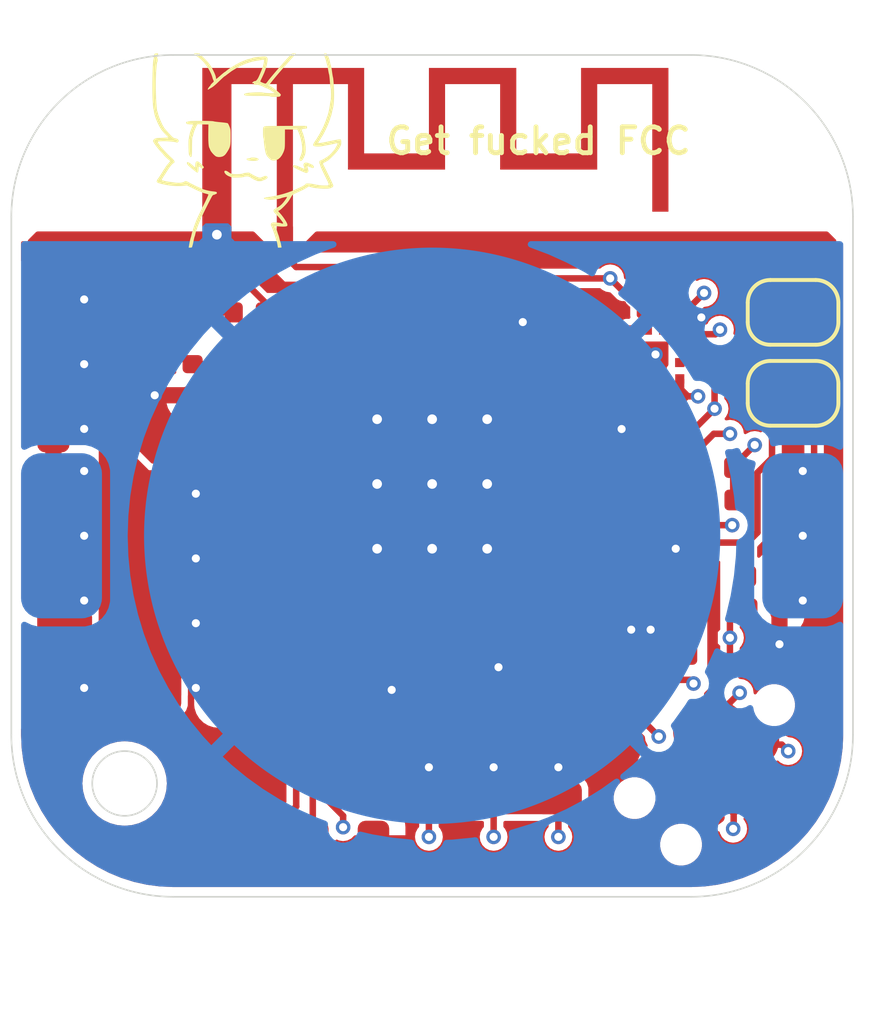
<source format=kicad_pcb>
(kicad_pcb (version 20240108) (generator "pcbnew") (generator_version "8.0")
  (title_block (comment 4 "AISLER Project ID: HVGCZPSS"))
  (layers (0 "F.Cu" signal) (1 "In1.Cu" signal) (2 "In2.Cu" signal) (31 "B.Cu" signal) (34 "B.Paste" user) (35 "F.Paste" user) (36 "B.SilkS" user "B.Silkscreen") (37 "F.SilkS" user "F.Silkscreen") (38 "B.Mask" user) (39 "F.Mask" user) (44 "Edge.Cuts" user))
  (net 0 "")
  (net 1 "Net-(AE1-A)")
  (net 2 "GND")
  (net 3 "+3V3")
  (net 4 "/NRST")
  (net 5 "/HSE_IN")
  (net 6 "/HSE_OUT")
  (net 7 "/LSE_IN")
  (net 8 "/LSE_OUT")
  (net 9 "/SYS_INT_4")
  (net 10 "Net-(D1-A)")
  (net 11 "/SWDIO")
  (net 12 "/SWCLK")
  (net 20 "/I2C_SDA")
  (net 21 "/I2C_SCL")
  (net 23 "/BOOT0")
  (net 25 "/SYS_INT_1")
  (net 29 "Net-(F1-RF_{IN})")
  (net 38 "Net-(D2-A)")
  (net 39 "/IND_LED1")
  (net 40 "/IND_LED2")
  (footprint "AirTag:C_0805_2012Metric" (layer "F.Cu") (at 110.250001 84 180)
    (property "Reference" "C17" (hide yes))
    (property "Value" "22u")
  )
  (footprint "AirTag:C_0805_2012Metric" (layer "F.Cu") (at 110.25 76 180)
    (property "Reference" "C21" (hide yes))
    (property "Value" "22u")
  )
  (footprint "LOGO" (layer "F.Cu") (at 115.222852 67.4)
    (property "Reference" "G***" (hide yes))
    (property "Value" "LOGO" (hide yes))
  )
  (footprint "AirTag:C_0402_1005Metric" (layer "F.Cu") (at 128.429999 82.975)
    (property "Reference" "C16" (hide yes))
    (property "Value" "6p")
  )
  (footprint "AirTag:C_0402_1005Metric" (layer "F.Cu") (at 115.35 72.4 180)
    (property "Reference" "C23" (hide yes))
    (property "Value" "100n")
  )
  (footprint "AirTag:C_0402_1005Metric" (layer "F.Cu") (at 113.6 74.48 90)
    (property "Reference" "C14" (hide yes))
    (property "Value" "6p")
  )
  (footprint "AirTag:C_0402_1005Metric" (layer "F.Cu") (at 126.469999 82.975 180)
    (property "Reference" "C15" (hide yes))
    (property "Value" "6p")
  )
  (footprint "AirTag:C_0805_2012Metric" (layer "F.Cu") (at 120.900001 86.45 90)
    (property "Reference" "C2" (hide yes))
    (property "Value" "22u")
  )
  (footprint "Crystal:Crystal_SMD_2016-4Pin_2.0x1.6mm" (layer "F.Cu") (at 115.4 74.48 90)
    (property "Reference" "Y1" (hide yes))
    (property "Value" "32MHz")
  )
  (footprint "AirTag:C_0805_2012Metric" (layer "F.Cu") (at 110.25 79.999999 180)
    (property "Reference" "C19" (hide yes))
    (property "Value" "22u")
  )
  (footprint "AirTag:C_0402_1005Metric" (layer "F.Cu") (at 124.75 82.88 -90)
    (property "Reference" "C29" (hide yes))
    (property "Value" "100n")
  )
  (footprint "AirTag:C_0805_2012Metric" (layer "F.Cu") (at 122.9 86.45 90)
    (property "Reference" "C4" (hide yes))
    (property "Value" "22u")
  )
  (footprint "AirTag:C_0805_2012Metric" (layer "F.Cu") (at 113.7 78)
    (property "Reference" "C11" (hide yes))
    (property "Value" "22u")
  )
  (footprint "AirTag:LED_0805_2012Metric" (layer "F.Cu") (at 118.25 88.8 180)
    (property "Reference" "D2" (hide yes))
    (property "Value" "LED Pink")
  )
  (footprint "AirTag:R_0402_1005Metric" (layer "F.Cu") (at 129.78 77.195)
    (property "Reference" "R2" (hide yes))
    (property "Value" "2k2")
  )
  (footprint "AirTag:R_0402_1005Metric" (layer "F.Cu") (at 118.15 82.909999 -90)
    (property "Reference" "R5" (hide yes))
    (property "Value" "2k2")
  )
  (footprint "AirTag:ST-Bumpless-CSP-6" (layer "F.Cu") (at 119.75 72.013)
    (property "Reference" "F1" (hide yes))
    (property "Value" "MLPF-WB55-01E3")
  )
  (footprint "AirTag:C_0805_2012Metric" (layer "F.Cu") (at 113.7 82.000001)
    (property "Reference" "C9" (hide yes))
    (property "Value" "22u")
  )
  (footprint "Jumper:SolderJumper-2_P1.3mm_Open_RoundedPad1.0x1.5mm" (layer "F.Cu") (at 132.149999 74.9 180)
    (property "Reference" "JP1" (hide yes))
    (property "Value" "Bridge")
  )
  (footprint "AirTag:C_0805_2012Metric" (layer "F.Cu") (at 124.9 86.45 90)
    (property "Reference" "C5" (hide yes))
    (property "Value" "22u")
  )
  (footprint "AirTag:C_0805_2012Metric" (layer "F.Cu") (at 110.25 78 180)
    (property "Reference" "C20" (hide yes))
    (property "Value" "22u")
  )
  (footprint "AirTag:C_0402_1005Metric" (layer "F.Cu") (at 115.4 76.38)
    (property "Reference" "C13" (hide yes))
    (property "Value" "6p")
  )
  (footprint "AirTag:C_0402_1005Metric" (layer "F.Cu") (at 123.75 82.88 -90)
    (property "Reference" "C25" (hide yes))
    (property "Value" "100n")
  )
  (footprint "AirTag:C_0805_2012Metric" (layer "F.Cu") (at 110.25 82 180)
    (property "Reference" "C18" (hide yes))
    (property "Value" "22u")
  )
  (footprint "AirTag:C_0402_1005Metric" (layer "F.Cu") (at 131.25 81.55)
    (property "Reference" "C3" (hide yes))
    (property "Value" "100n")
  )
  (footprint "AirTag:C_0805_2012Metric" (layer "F.Cu") (at 113.7 84)
    (property "Reference" "C10" (hide yes))
    (property "Value" "22u")
  )
  (footprint "AirTag:R_0402_1005Metric" (layer "F.Cu") (at 117.2 82.909999 -90)
    (property "Reference" "R4" (hide yes))
    (property "Value" "2k2")
  )
  (footprint "AirTag:R_0402_1005Metric" (layer "F.Cu") (at 131.25 80.55 180)
    (property "Reference" "R1" (hide yes))
    (property "Value" "10k")
  )
  (footprint "AirTag:C_0402_1005Metric" (layer "F.Cu") (at 116.1 81.92 -90)
    (property "Reference" "C28" (hide yes))
    (property "Value" "100n")
  )
  (footprint "AirTag:C_0402_1005Metric" (layer "F.Cu") (at 119.75 82.88 -90)
    (property "Reference" "C22" (hide yes))
    (property "Value" "100n")
  )
  (footprint "RF_Antenna:Texas_SWRA117D_2.4GHz_Right" (layer "F.Cu") (at 116.45 70)
    (property "Reference" "AE1" (hide yes))
    (property "Value" "2.4GHz Antenna")
  )
  (footprint "AirTag:LGA-12" (layer "F.Cu") (at 127.9 73.7 -90)
    (property "Reference" "U1" (hide yes))
    (property "Value" "BMA400")
  )
  (footprint "AirTag:C_0402_1005Metric" (layer "F.Cu") (at 116.1 78.2 90)
    (property "Reference" "C27" (hide yes))
    (property "Value" "100n")
  )
  (footprint "AirTag:R_0402_1005Metric" (layer "F.Cu") (at 129.79 78.195)
    (property "Reference" "R3" (hide yes))
    (property "Value" "2k2")
  )
  (footprint "AirTag:LED_0805_2012Metric" (layer "F.Cu") (at 114.874998 88.8)
    (property "Reference" "D1" (hide yes))
    (property "Value" "LED Derg")
  )
  (footprint "AirTag:C_0402_1005Metric" (layer "F.Cu") (at 121.8 72.4)
    (property "Reference" "C24" (hide yes))
    (property "Value" "100n")
  )
  (footprint "AirTag:C_0402_1005Metric" (layer "F.Cu") (at 127.9 75.65 180)
    (property "Reference" "C8" (hide yes))
    (property "Value" "100n")
  )
  (footprint "Package_DFN_QFN:QFN-48-1EP_7x7mm_P0.5mm_EP5.45x5.45mm" (layer "F.Cu") (at 121 77.7 180)
    (property "Reference" "U2" (hide yes))
    (property "Value" "STM32WB30CEU5A")
  )
  (footprint "AirTag:Paw-Connect_RevB_TC2030-IDC-NL_2x03_P1.27mm_Vertical" (layer "F.Cu") (at 129.682631 86.831364 17.5)
    (property "Reference" "PAW1" (hide yes))
    (property "Value" "PawPad")
  )
  (footprint "AirTag:C_0805_2012Metric" (layer "F.Cu") (at 113.7 80)
    (property "Reference" "C7" (hide yes))
    (property "Value" "22u")
  )
  (footprint "Crystal:Crystal_SMD_3215-2Pin_3.2x1.5mm" (layer "F.Cu") (at 127.449999 81.35 180)
    (property "Reference" "Y2" (hide yes))
    (property "Value" "32.768kHz")
  )
  (footprint "AirTag:C_0805_2012Metric" (layer "F.Cu") (at 110.25 74 180)
    (property "Reference" "C12" (hide yes))
    (property "Value" "22u")
  )
  (footprint "AirTag:C_0402_1005Metric" (layer "F.Cu") (at 116.1 80.06 90)
    (property "Reference" "C26" (hide yes))
    (property "Value" "100n")
  )
  (footprint "AirTag:C_0402_1005Metric" (layer "F.Cu") (at 127.9 71.75)
    (property "Reference" "C6" (hide yes))
    (property "Value" "100n")
  )
  (footprint "AirTag:C_0805_2012Metric" (layer "F.Cu") (at 110.25 72 180)
    (property "Reference" "C1" (hide yes))
    (property "Value" "22u")
  )
  (footprint "Jumper:SolderJumper-2_P1.3mm_Open_RoundedPad1.0x1.5mm" (layer "F.Cu") (at 132.149999 72.4 180)
    (property "Reference" "JP2" (hide yes))
    (property "Value" "Bridge")
  )
  (footprint "AirTag:BAT-HLD-001" (layer "B.Cu") (at 121 79.3 180)
    (property "Reference" "BT1" (hide yes))
    (property "Value" "CR2032")
  )
  (gr_poly (pts (xy 117.15 70.3) (xy 117.45 70) (xy 133.176777 70) (xy 133.38238 70.205604) (xy 133.38238 70.487986) (xy 133.394451 70.500057) (xy 133.444508 70.45) (xy 117.35 70.45) (xy 117.15 70.45)) (stroke (width 0.2)) (fill solid) (layer "F.Cu") (net 2))
  (gr_poly (pts (xy 115.79 80.8) (xy 115.69 80.9) (xy 115.69 81.1) (xy 115.79 81.2)) (fill solid) (layer "F.Cu") (net 3))
  (gr_poly (pts (xy 115.45 71.35) (xy 112.85 71.35) (xy 112.35 70.85) (xy 115.45 70.85)) (fill solid) (layer "F.Cu") (net 2))
  (gr_poly (pts (xy 128.79 75.21) (xy 128.95 75.05) (xy 129.05 75.05) (xy 129.05 74.9) (xy 128.95 74.9) (xy 128.75 74.7) (xy 128.75 75.17)) (fill solid) (layer "F.Cu") (net 3))
  (gr_poly (pts (xy 119.45 72.5) (xy 119.35 72.4) (xy 119.35 71.65) (xy 119.15 71.45) (xy 115.55 71.45) (xy 115.9 71.8) (xy 118.1 71.8) (xy 119.125001 72.825001) (xy 119.125001 74.25) (xy 119.375001 74.25) (xy 119.375001 72.824999) (xy 119.5 72.7) (xy 120.25 72.7) (xy 120.25 72.5)) (fill solid) (layer "F.Cu") (net 2))
  (gr_poly (pts (xy 110.7 81.1) (xy 110.6 81.2) (xy 110.6 81.4) (xy 110.7 81.5)) (fill solid) (layer "F.Cu") (net 3))
  (gr_poly (pts (xy 113.6 72.6) (xy 113.7 72.5) (xy 113.7 72.3) (xy 113.6 72.2)) (fill solid) (layer "F.Cu") (net 2))
  (gr_poly (pts (xy 110.7 77.1) (xy 110.6 77.2) (xy 110.6 77.4) (xy 110.7 77.5)) (fill solid) (layer "F.Cu") (net 3))
  (gr_poly (pts (xy 120.35 73.187) (xy 120.85 72.687) (xy 120.85 72.075) (xy 121.525 71.4) (xy 122.7 71.4) (xy 123 71.1) (xy 123 70.5) (xy 119.5 70.5) (xy 119.6 70.4) (xy 119.6 70.5) (xy 120.15 71.05) (xy 120.149999 72.986999)) (fill solid) (layer "F.Cu") (net 2))
  (gr_poly (pts (xy 120.9 86.899999) (xy 124.9 86.899999) (xy 124.9 87.899999) (xy 120.9 87.899999)) (fill solid) (layer "F.Cu") (net 3))
  (gr_poly (pts (xy 110.7 79.1) (xy 110.6 79.2) (xy 110.6 79.4) (xy 110.7 79.5)) (fill solid) (layer "F.Cu") (net 3))
  (gr_poly (pts (xy 117.55 79.825) (xy 117.075 79.825) (xy 117 79.75) (xy 117 79.65) (xy 117.075001 79.574999) (xy 117.55 79.574999) (xy 117.55 79.449999) (xy 116.9 79.45) (xy 116.9 79.9) (xy 116.95 79.95) (xy 117.55 79.95)) (fill solid) (layer "F.Cu") (net 3))
  (gr_poly (pts (xy 111.2 84.725) (xy 112.750001 84.725) (xy 113.250001 84.225) (xy 113.250001 77.775) (xy 112.750001 77.275) (xy 112.249999 77.275) (xy 111.699999 76.725) (xy 111.699999 72) (xy 110.699999 72) (xy 110.699999 84.224999)) (fill solid) (layer "F.Cu") (net 3))
  (gr_poly (pts (xy 115.75 70.75) (xy 115.75 70.3) (xy 115.45 70) (xy 108.823224 70) (xy 108.605549 70.217675) (xy 108.605549 70.500057) (xy 108.855492 70.75)) (stroke (width 0.2)) (fill solid) (layer "F.Cu") (net 2))
  (gr_poly (pts (xy 116.875 78.825) (xy 116.6 78.55) (xy 116.05 78.55) (xy 116.05 78.8) (xy 116.5 78.8) (xy 116.7 79)) (fill solid) (layer "F.Cu") (net 3))
  (gr_poly (pts (xy 129.5 83.4) (xy 129.6 83.5) (xy 129.8 83.5) (xy 129.9 83.4) (xy 129.9 82.7) (xy 129.825 82.625) (xy 129.825 82.275) (xy 129.9 82.2) (xy 129.9 80.1) (xy 129.575 79.775) (xy 129.2 79.775) (xy 128.625 79.2) (xy 127.725 79.2) (xy 127.65 79.275) (xy 127.65 79.4) (xy 128.45 80.2) (xy 129.3 80.2) (xy 129.5 80.4)) (fill solid) (layer "F.Cu") (net 2))
  (gr_rect (start 127.6 73.4) (end 128.2 74) (stroke (width 0.2)) (fill solid) (layer "F.Cu") (net 2))
  (gr_poly (pts (xy 113.25 79.2) (xy 113.35 79.1) (xy 113.35 78.9) (xy 113.25 78.8)) (fill solid) (layer "F.Cu") (net 3))
  (gr_poly (pts (xy 117.55 79.074998) (xy 117.075 79.074998) (xy 117 79.149998) (xy 117 79.249998) (xy 117.075001 79.324999) (xy 117.55 79.324999) (xy 117.55 79.449999) (xy 116.9 79.449998) (xy 116.9 78.999998) (xy 116.95 78.949998) (xy 117.55 78.949998)) (fill solid) (layer "F.Cu") (net 3))
  (gr_poly (pts (xy 116.1 81.72) (xy 116.41 81.41) (xy 116.41 80.54) (xy 117 79.95) (xy 117 79) (xy 116.9 79) (xy 116.7 79.2) (xy 116.7 79.8) (xy 116.24 80.26) (xy 116.07 80.26) (xy 115.79 80.54) (xy 115.79 81.44) (xy 116.07 81.72)) (fill solid) (layer "F.Cu") (net 3))
  (gr_poly (pts (xy 117.55 79.95) (xy 117.55 80.075) (xy 116.875 80.075) (xy 116.7 79.9) (xy 116.7 79.7) (xy 117 79.7) (xy 117 79.9) (xy 117.05 79.95)) (fill solid) (layer "F.Cu") (net 3))
  (gr_poly (pts (xy 113.25 81.2) (xy 113.35 81.1) (xy 113.35 80.9) (xy 113.25 80.8)) (fill solid) (layer "F.Cu") (net 3))
  (gr_poly (pts (xy 116.45 71.45) (xy 115.85 70.85) (xy 115.85 70.65) (xy 115.8 70.6) (xy 115.45 70.6) (xy 115.45 71.35) (xy 115.7 71.6) (xy 116.3 71.6)) (fill solid) (layer "F.Cu") (net 2))
  (gr_poly (pts (xy 128.1 75.65) (xy 128.1 75.34) (xy 127.91 75.15) (xy 127 75.15) (xy 127 75.184314) (xy 127.15 75.034314) (xy 127.15 74.85) (xy 127.25 74.75) (xy 128.4 74.75) (xy 128.51 74.64) (xy 128.51 74.455) (xy 128.79 74.455) (xy 128.79 75.21) (xy 128.66 75.34) (xy 128.66 75.65)) (fill solid) (layer "F.Cu") (net 3))
  (gr_poly (pts (xy 117.55 78.95) (xy 117.55 78.825) (xy 116.875 78.825) (xy 116.7 79) (xy 116.7 79.2) (xy 117 79.2) (xy 117 79) (xy 117.05 78.95)) (fill solid) (layer "F.Cu") (net 3))
  (gr_rect (start 114 69.65) (end 114.7 69.75) (fill solid) (layer "B.Cu") (net 2))
  (gr_poly (pts (xy 114.9 70.2) (xy 114.8 70.1) (xy 114.8 70.2)) (fill solid) (layer "B.Cu") (net 2))
  (gr_poly (pts (xy 114.8 69.75) (xy 114.7 69.65) (xy 114.7 69.75)) (fill solid) (layer "B.Cu") (net 2))
  (gr_poly (pts (xy 113.9 69.75) (xy 114 69.65) (xy 114 69.75)) (fill solid) (layer "B.Cu") (net 2))
  (gr_poly (pts (xy 113.8 70.2) (xy 113.9 70.1) (xy 113.9 70.2)) (fill solid) (layer "B.Cu") (net 2))
  (gr_line (start 108 85.45) (end 108 69.45) (stroke (width 0.05)) (layer "Edge.Cuts"))
  (gr_arc (start 113 90.45) (mid 109.464466 88.985534) (end 108 85.45) (stroke (width 0.05)) (layer "Edge.Cuts"))
  (gr_line (start 113 64.45) (end 129 64.45) (stroke (width 0.05)) (layer "Edge.Cuts"))
  (gr_line (start 129 90.45) (end 113 90.45) (stroke (width 0.05)) (layer "Edge.Cuts"))
  (gr_arc (start 134 85.45) (mid 132.535534 88.985534) (end 129 90.45) (stroke (width 0.05)) (layer "Edge.Cuts"))
  (gr_line (start 134 69.45) (end 134 85.45) (stroke (width 0.05)) (layer "Edge.Cuts"))
  (gr_circle (center 111.5 86.95) (end 112.5 86.95) (stroke (width 0.05)) (fill none) (layer "Edge.Cuts"))
  (gr_arc (start 108 69.45) (mid 109.464466 65.914466) (end 113 64.45) (stroke (width 0.05)) (layer "Edge.Cuts"))
  (gr_arc (start 129 64.45) (mid 132.535534 65.914466) (end 134 69.45) (stroke (width 0.05)) (layer "Edge.Cuts"))
  (gr_text "Get fucked FCC" (at 119.5 67.575 0) (layer "F.SilkS") (effects (font (size 0.8 0.8) (thickness 0.15) (bold yes)) (justify left bottom)))
  (segment (start 119.4 71) (end 116.8 71) (width 0.2) (layer "F.Cu") (net 1))
  (segment (start 119.75 71.35) (end 119.4 71) (width 0.2) (layer "F.Cu") (net 1))
  (segment (start 119.75 72.013) (end 119.75 71.35) (width 0.2) (layer "F.Cu") (net 1))
  (segment (start 116.45 70.65) (end 116.45 70) (width 0.2) (layer "F.Cu") (net 1))
  (segment (start 116.8 71) (end 116.45 70.65) (width 0.2) (layer "F.Cu") (net 1))
  (segment (start 116.1 79.58) (end 115.069999 79.58) (width 0.2) (layer "F.Cu") (net 2))
  (segment (start 113.7 82) (end 114.649999 82) (width 0.2) (layer "F.Cu") (net 2))
  (segment (start 110.25 72) (end 109.300001 72) (width 0.2) (layer "F.Cu") (net 2))
  (segment (start 120.25 71.8) (end 120.5 71.55) (width 0.2) (layer "F.Cu") (net 2))
  (segment (start 113.6 74.96) (end 114.63 74.96) (width 0.2) (layer "F.Cu") (net 2))
  (segment (start 120.900001 86.45) (end 120.900001 85.500001) (width 0.2) (layer "F.Cu") (net 2))
  (segment (start 114.85 75.05) (end 115.95 73.95) (width 0.2) (layer "F.Cu") (net 2))
  (segment (start 110.25 76) (end 109.300001 76) (width 0.2) (layer "F.Cu") (net 2))
  (segment (start 127.749998 82.2) (end 127.749998 82.774999) (width 0.2) (layer "F.Cu") (net 2))
  (segment (start 116.17 77.72) (end 116.9 78.45) (width 0.2) (layer "F.Cu") (net 2))
  (segment (start 123.05 83.36) (end 123.75 83.36) (width 0.2) (layer "F.Cu") (net 2))
  (segment (start 122.28 72.4) (end 123.5 72.4) (width 0.2) (layer "F.Cu") (net 2))
  (segment (start 120.25 73.187) (end 120.25 71.8) (width 0.2) (layer "F.Cu") (net 2))
  (segment (start 113.7 84.000001) (end 114.649999 84) (width 0.2) (layer "F.Cu") (net 2))
  (segment (start 116.1 82.4) (end 115.65 82.4) (width 0.2) (layer "F.Cu") (net 2))
  (segment (start 116.1 77.72) (end 116.17 77.72) (width 0.2) (layer "F.Cu") (net 2))
  (segment (start 131.73 81.55) (end 131.73 82.65) (width 0.2) (layer "F.Cu") (net 2))
  (segment (start 115.250001 82.000001) (end 114.65 82.000001) (width 0.2) (layer "F.Cu") (net 2))
  (segment (start 122.9 86.45) (end 122.9 85.500001) (width 0.2) (layer "F.Cu") (net 2))
  (segment (start 113.7 80.000001) (end 114.649999 80.000001) (width 0.2) (layer "F.Cu") (net 2))
  (segment (start 114.63 74.96) (end 114.85 75.18) (width 0.2) (layer "F.Cu") (net 2))
  (segment (start 123.5 72.4) (end 123.8 72.7) (width 0.2) (layer "F.Cu") (net 2))
  (segment (start 114.87 72.4) (end 113.3 72.4) (width 0.2) (layer "F.Cu") (net 2))
  (segment (start 127.749998 82.774999) (end 127.949999 82.975) (width 0.2) (layer "F.Cu") (net 2))
  (segment (start 127.42 75.65) (end 127.206066 75.65) (width 0.2) (layer "F.Cu") (net 2))
  (segment (start 115.65 82.4) (end 115.250001 82.000001) (width 0.2) (layer "F.Cu") (net 2))
  (segment (start 127.15 82.2) (end 127.15 82.774999) (width 0.2) (layer "F.Cu") (net 2))
  (segment (start 124.900001 86.45) (end 124.900001 85.500001) (width 0.2) (layer "F.Cu") (net 2))
  (segment (start 128.65 72.945) (end 128.926753 72.945) (width 0.2) (layer "F.Cu") (net 2))
  (segment (start 119.75 84.06) (end 119.75 83.36) (width 0.2) (layer "F.Cu") (net 2))
  (segment (start 127.15 82.774999) (end 126.949999 82.975) (width 0.2) (layer "F.Cu") (net 2))
  (segment (start 110.25 73.999999) (end 109.300001 74) (width 0.2) (layer "F.Cu") (net 2))
  (segment (start 128.926753 72.945) (end 129.316153 72.5556) (width 0.2) (layer "F.Cu") (net 2))
  (segment (start 114.92 76.38) (end 114.92 75.25) (width 0.2) (layer "F.Cu") (net 2))
  (segment (start 127.65 73.95) (end 127.9 73.7) (width 0.2) (layer "F.Cu") (net 2))
  (segment (start 113.6 74.96) (end 112.43 74.96) (width 0.2) (layer "F.Cu") (net 2))
  (segment (start 115.069999 79.58) (end 114.649999 80) (width 0.2) (layer "F.Cu") (net 2))
  (segment (start 128.15 73.95) (end 127.9 73.7) (width 0.2) (layer "F.Cu") (net 2))
  (segment (start 114.929999 77.72) (end 114.649999 78) (width 0.2) (layer "F.Cu") (net 2))
  (segment (start 127.206066 75.65) (end 126.853033 76.003033) (width 0.2) (layer "F.Cu") (net 2))
  (segment (start 127.65 74.455) (end 127.65 73.95) (width 0.2) (layer "F.Cu") (net 2))
  (segment (start 110.250001 84) (end 109.300002 84) (width 0.2) (layer "F.Cu") (net 2))
  (segment (start 128.15 74.455) (end 128.15 73.95) (width 0.2) (layer "F.Cu") (net 2))
  (segment (start 116.1 77.72) (end 114.929999 77.72) (width 0.2) (layer "F.Cu") (net 2))
  (segment (start 113.7 78) (end 114.649999 78) (width 0.2) (layer "F.Cu") (net 2))
  (segment (start 114.92 75.25) (end 114.85 75.18) (width 0.2) (layer "F.Cu") (net 2))
  (segment (start 116.9 78.45) (end 117.550001 78.45) (width 0.2) (layer "F.Cu") (net 2))
  (via (at 119.75 84.06) (size 0.45) (drill 0.25) (layers "F.Cu" "B.Cu") (net 2))
  (via (at 124.900001 86.45) (size 0.45) (drill 0.25) (layers "F.Cu" "B.Cu") (net 2))
  (via (at 122.700001 79.7) (size 0.6) (drill 0.3) (layers "F.Cu" "B.Cu") (net 2))
  (via (at 113.7 80.000001) (size 0.45) (drill 0.25) (layers "F.Cu" "B.Cu") (net 2))
  (via (at 126.853033 76.003033) (size 0.45) (drill 0.25) (layers "F.Cu" "B.Cu") (net 2))
  (via (at 129.316153 72.5556) (size 0.45) (drill 0.25) (layers "F.Cu" "B.Cu") (net 2))
  (via (at 131.73 82.65) (size 0.45) (drill 0.25) (layers "F.Cu" "B.Cu") (net 2))
  (via (at 110.25 73.999999) (size 0.45) (drill 0.25) (layers "F.Cu" "B.Cu") (net 2))
  (via (at 112.43 74.96) (size 0.45) (drill 0.25) (layers "F.Cu" "B.Cu") (net 2))
  (via (at 121 75.7) (size 0.6) (drill 0.3) (layers "F.Cu" "B.Cu") (net 2))
  (via (at 122.700001 77.7) (size 0.6) (drill 0.3) (layers "F.Cu" "B.Cu") (net 2))
  (via (at 121 79.7) (size 0.6) (drill 0.3) (layers "F.Cu" "B.Cu") (net 2))
  (via (at 123.05 83.36) (size 0.45) (drill 0.25) (layers "F.Cu" "B.Cu") (net 2))
  (via (at 123.8 72.7) (size 0.45) (drill 0.25) (layers "F.Cu" "B.Cu") (net 2))
  (via (at 127.9 73.7) (size 0.45) (drill 0.25) (layers "F.Cu" "B.Cu") (net 2))
  (via (at 113.7 78) (size 0.45) (drill 0.25) (layers "F.Cu" "B.Cu") (net 2))
  (via (at 127.749998 82.2) (size 0.45) (drill 0.25) (layers "F.Cu" "B.Cu") (net 2))
  (via (at 122.700001 75.7) (size 0.6) (drill 0.3) (layers "F.Cu" "B.Cu") (net 2))
  (via (at 119.299999 77.7) (size 0.6) (drill 0.3) (layers "F.Cu" "B.Cu") (net 2))
  (via (at 119.299999 75.7) (size 0.6) (drill 0.3) (layers "F.Cu" "B.Cu") (net 2))
  (via (at 119.299999 79.7) (size 0.6) (drill 0.3) (layers "F.Cu" "B.Cu") (net 2))
  (via (at 128.525 79.7) (size 0.45) (drill 0.25) (layers "F.Cu" "B.Cu") (net 2))
  (via (at 121 77.7) (size 0.6) (drill 0.3) (layers "F.Cu" "B.Cu") (net 2))
  (via (at 113.7 84.000001) (size 0.45) (drill 0.25) (layers "F.Cu" "B.Cu") (net 2))
  (via (at 113.7 82) (size 0.45) (drill 0.25) (layers "F.Cu" "B.Cu") (net 2))
  (via (at 110.25 76) (size 0.45) (drill 0.25) (layers "F.Cu" "B.Cu") (net 2))
  (via (at 120.900001 86.45) (size 0.45) (drill 0.25) (layers "F.Cu" "B.Cu") (net 2))
  (via (at 110.25 72) (size 0.45) (drill 0.25) (layers "F.Cu" "B.Cu") (net 2))
  (via (at 122.9 86.45) (size 0.45) (drill 0.25) (layers "F.Cu" "B.Cu") (net 2))
  (via (at 127.15 82.2) (size 0.45) (drill 0.25) (layers "F.Cu" "B.Cu") (net 2))
  (via (at 110.250001 84) (size 0.45) (drill 0.25) (layers "F.Cu" "B.Cu") (net 2))
  (segment (start 115.67 78.68) (end 116.1 78.68) (width 0.2) (layer "F.Cu") (net 3))
  (segment (start 124.95 80.45) (end 124.45 80.45) (width 0.2) (layer "F.Cu") (net 3))
  (segment (start 121 73.4) (end 121.32 73.08) (width 0.2) (layer "F.Cu") (net 3))
  (segment (start 130.184684 85.33095) (end 130.184684 84.465316) (width 0.2) (layer "F.Cu") (net 3))
  (segment (start 111.55 71.65) (end 115.396446 71.65) (width 0.2) (layer "F.Cu") (net 3))
  (segment (start 120.45 84.2) (end 119.9 84.75) (width 0.2) (layer "F.Cu") (net 3))
  (segment (start 116.75 77.75) (end 116.75 77.4) (width 0.2) (layer "F.Cu") (net 3))
  (segment (start 121.65 71.65) (end 123.034821 71.65) (width 0.2) (layer "F.Cu") (net 3))
  (segment (start 118.35 87) (end 118.75 87.4) (width 0.2) (layer "F.Cu") (net 3))
  (segment (start 119.75 82.4) (end 119.75 81.15) (width 0.2) (layer "F.Cu") (net 3))
  (segment (start 124.449999 76.95) (end 125.234314 76.95) (width 0.2) (layer "F.Cu") (net 3))
  (segment (start 124.75 82.4) (end 124.75 81.85) (width 0.2) (layer "F.Cu") (net 3))
  (segment (start 120.25 74.250001) (end 120.25 73.810614) (width 0.2) (layer "F.Cu") (net 3))
  (segment (start 127.42 71.75) (end 126.9 71.75) (width 0.2) (layer "F.Cu") (net 3))
  (segment (start 110.25 79.3) (end 112.05 79.3) (width 0.2) (layer "F.Cu") (net 3))
  (segment (start 119.2 84.75) (end 118.35 85.6) (width 0.2) (layer "F.Cu") (net 3))
  (segment (start 120 82.4) (end 120.45 82.85) (width 0.2) (layer "F.Cu") (net 3))
  (segment (start 120.25 73.810614) (end 120.660614 73.4) (width 0.2) (layer "F.Cu") (net 3))
  (segment (start 116.35 77) (end 113.525 77) (width 0.2) (layer "F.Cu") (net 3))
  (segment (start 120.900001 88.6) (end 120.900001 87.399999) (width 0.2) (layer "F.Cu") (net 3))
  (segment (start 115.35 79) (end 115.67 78.68) (width 0.2) (layer "F.Cu") (net 3))
  (segment (start 111.2 72) (end 111.55 71.65) (width 0.2) (layer "F.Cu") (net 3))
  (segment (start 126.3 83.75) (end 128.96064 83.75) (width 0.2) (layer "F.Cu") (net 3))
  (segment (start 130.184684 84.465316) (end 130.5 84.15) (width 0.2) (layer "F.Cu") (net 3))
  (segment (start 120.660614 73.4) (end 121 73.4) (width 0.2) (layer "F.Cu") (net 3))
  (segment (start 123.034821 71.65) (end 123.334821 71.35) (width 0.2) (layer "F.Cu") (net 3))
  (segment (start 125.1 82.5) (end 125.31 82.71) (width 0.2) (layer "F.Cu") (net 3))
  (segment (start 127.42 72.47) (end 127.42 71.75) (width 0.2) (layer "F.Cu") (net 3))
  (segment (start 123.334821 71.35) (end 126.5 71.35) (width 0.2) (layer "F.Cu") (net 3))
  (segment (start 116.95 77.95) (end 116.75 77.75) (width 0.2) (layer "F.Cu") (net 3))
  (segment (start 132.799998 76.299998) (end 132.8 76.3) (width 0.2) (layer "F.Cu") (net 3))
  (segment (start 124.75 81.85) (end 125.2 81.4) (width 0.2) (layer "F.Cu") (net 3))
  (segment (start 132.8 76.95) (end 132.45 77.3) (width 0.2) (layer "F.Cu") (net 3))
  (segment (start 117.55 77.95) (end 116.95 77.95) (width 0.2) (layer "F.Cu") (net 3))
  (segment (start 132.799998 74.9) (end 132.799998 76.299998) (width 0.2) (layer "F.Cu") (net 3))
  (segment (start 113.525 77) (end 112.937501 77.587499) (width 0.2) (layer "F.Cu") (net 3))
  (segment (start 125.31 82.71) (end 125.31 83.25) (width 0.2) (layer "F.Cu") (net 3))
  (segment (start 111.975 78.3625) (end 112.6125 79) (width 0.2) (layer "F.Cu") (net 3))
  (segment (start 118.1 72.4) (end 118.75 73.05) (width 0.2) (layer "F.Cu") (net 3))
  (segment (start 128.38 74.992591) (end 128.38 75.65) (width 0.2) (layer "F.Cu") (net 3))
  (segment (start 115.396446 71.65) (end 115.83 72.083554) (width 0.2) (layer "F.Cu") (net 3))
  (segment (start 125.234314 76.95) (end 127.15 75.034314) (width 0.2) (layer "F.Cu") (net 3))
  (segment (start 125.31 83.51) (end 125.55 83.75) (width 0.2) (layer "F.Cu") (net 3))
  (segment (start 127.65 72.945) (end 127.65 72.7) (width 0.2) (layer "F.Cu") (net 3))
  (segment (start 125 82.4) (end 125.1 82.5) (width 0.2) (layer "F.Cu") (net 3))
  (segment (start 115.83 72.4) (end 118.1 72.4) (width 0.2) (layer "F.Cu") (net 3))
  (segment (start 124.9 88.6) (end 124.9 87.399999) (width 0.2) (layer "F.Cu") (net 3))
  (segment (start 125.55 83.75) (end 126.3 83.75) (width 0.2) (layer "F.Cu") (net 3))
  (segment (start 126.9 71.75) (end 126.5 71.35) (width 0.2) (layer "F.Cu") (net 3))
  (segment (start 130.3 78.195) (end 130.3 77.205) (width 0.2) (layer "F.Cu") (net 3))
  (segment (start 118.35 85.6) (end 118.35 87) (width 0.2) (layer "F.Cu") (net 3))
  (segment (start 121.32 71.98) (end 121.65 71.65) (width 0.2) (layer "F.Cu") (net 3))
  (segment (start 128.96064 83.75) (end 129.074472 83.863832) (width 0.2) (layer "F.Cu") (net 3))
  (segment (start 119.75 82.4) (end 120 82.4) (width 0.2) (layer "F.Cu") (net 3))
  (segment (start 110.25 77.3) (end 112.05 77.3) (width 0.2) (layer "F.Cu") (net 3))
  (segment (start 112.7575 81) (end 115.95 81) (width 0.2) (layer "F.Cu") (net 3))
  (segment (start 132.8 76.3) (end 132.8 76.95) (width 0.2) (layer "F.Cu") (net 3))
  (segment (start 118.75 73.05) (end 118.75 74.25) (width 0.2) (layer "F.Cu") (net 3))
  (segment (start 122.9 88.6) (end 122.9 87.399999) (width 0.2) (layer "F.Cu") (net 3))
  (segment (start 125.2 80.7) (end 124.95 80.45) (width 0.2) (layer "F.Cu") (net 3))
  (segment (start 127.65 72.7) (end 127.42 72.47) (width 0.2) (layer "F.Cu") (net 3))
  (segment (start 112.6125 79) (end 115.35 79) (width 0.2) (layer "F.Cu") (net 3))
  (segment (start 118.75 87.4) (end 120.900001 87.4) (width 0.2) (layer "F.Cu") (net 3))
  (segment (start 129.214128 74.992591) (end 128.38 74.992591) (width 0.2) (layer "F.Cu") (net 3))
  (segment (start 119.9 84.75) (end 119.2 84.75) (width 0.2) (layer "F.Cu") (net 3))
  (segment (start 127.15 75.034314) (end 127.15 74.455001) (width 0.2) (layer "F.Cu") (net 3))
  (segment (start 116.75 77.4) (end 116.35 77) (width 0.2) (layer "F.Cu") (net 3))
  (segment (start 130.29 77.195) (end 130.29 77.170817) (width 0.2) (layer "F.Cu") (net 3))
  (segment (start 123.75 82.4) (end 123.75 81.15) (width 0.2) (layer "F.Cu") (net 3))
  (segment (start 124.75 82.4) (end 125 82.4) (width 0.2) (layer "F.Cu") (net 3))
  (segment (start 121.32 73.08) (end 121.32 72.4) (width 0.2) (layer "F.Cu") (net 3))
  (segment (start 115.83 72.083554) (end 115.83 72.4) (width 0.2) (layer "F.Cu") (net 3))
  (segment (start 121.32 72.4) (end 121.32 71.98) (width 0.2) (layer "F.Cu") (net 3))
  (segment (start 125.31 83.25) (end 125.31 83.51) (width 0.2) (layer "F.Cu") (net 3))
  (segment (start 130.29 77.170817) (end 130.964905 76.495912) (width 0.2) (layer "F.Cu") (net 3))
  (segment (start 125.2 81.4) (end 125.2 80.7) (width 0.2) (layer "F.Cu") (net 3))
  (segment (start 110.25 81.3) (end 112.05 81.3) (width 0.2) (layer "F.Cu") (net 3))
  (segment (start 123.75 82.4) (end 124.75 82.4) (width 0.2) (layer "F.Cu") (net 3))
  (segment (start 120.45 82.85) (end 120.45 84.2) (width 0.2) (layer "F.Cu") (net 3))
  (via (at 110.25 79.3) (size 0.45) (drill 0.25) (layers "F.Cu" "B.Cu") (net 3))
  (via (at 124.9 88.6) (size 0.45) (drill 0.25) (layers "F.Cu" "B.Cu") (net 3))
  (via (at 120.900001 88.6) (size 0.45) (drill 0.25) (layers "F.Cu" "B.Cu") (net 3))
  (via (at 110.25 81.3) (size 0.45) (drill 0.25) (layers "F.Cu" "B.Cu") (net 3))
  (via (at 129.074472 83.863832) (size 0.45) (drill 0.25) (layers "F.Cu" "B.Cu") (net 3))
  (via (at 130.964905 76.495912) (size 0.45) (drill 0.25) (layers "F.Cu" "B.Cu") (net 3))
  (via (at 132.45 77.3) (size 0.45) (drill 0.25) (layers "F.Cu" "B.Cu") (net 3))
  (via (at 129.214128 74.992591) (size 0.45) (drill 0.25) (layers "F.Cu" "B.Cu") (net 3))
  (via (at 130.5 84.15) (size 0.45) (drill 0.25) (layers "F.Cu" "B.Cu") (net 3))
  (via (at 132.45 79.3) (size 0.45) (drill 0.25) (layers "F.Cu" "B.Cu") (net 3))
  (via (at 122.9 88.6) (size 0.45) (drill 0.25) (layers "F.Cu" "B.Cu") (net 3))
  (via (at 126.5 71.35) (size 0.45) (drill 0.25) (layers "F.Cu" "B.Cu") (net 3))
  (via (at 132.45 81.3) (size 0.45) (drill 0.25) (layers "F.Cu" "B.Cu") (net 3))
  (via (at 110.25 77.3) (size 0.45) (drill 0.25) (layers "F.Cu" "B.Cu") (net 3))
  (segment (start 128.6 76.5) (end 126.525 76.5) (width 0.2) (layer "F.Cu") (net 4))
  (segment (start 129.5 84.2) (end 129.5 84.6) (width 0.2) (layer "F.Cu") (net 4))
  (segment (start 130.2 83.5) (end 129.5 84.2) (width 0.2) (layer "F.Cu") (net 4))
  (segment (start 130.2 83.5) (end 130.2 82.45) (width 0.2) (layer "F.Cu") (net 4))
  (segment (start 130.2 81.7) (end 130.35 81.55) (width 0.2) (layer "F.Cu") (net 4))
  (segment (start 130.35 81.55) (end 130.77 81.55) (width 0.2) (layer "F.Cu") (net 4))
  (segment (start 126.525 76.5) (end 125.575 77.45) (width 0.2) (layer "F.Cu") (net 4))
  (segment (start 129.5 84.6) (end 129.03421 85.06579) (width 0.2) (layer "F.Cu") (net 4))
  (segment (start 129.725 75.375) (end 129.725 74.174999) (width 0.2) (layer "F.Cu") (net 4))
  (segment (start 130.2 82.45) (end 130.2 81.7) (width 0.2) (layer "F.Cu") (net 4))
  (segment (start 129.03421 85.06579) (end 129.03421 85.672723) (width 0.2) (layer "F.Cu") (net 4))
  (segment (start 125.575 77.45) (end 124.45 77.45) (width 0.2) (layer "F.Cu") (net 4))
  (segment (start 129.725 75.375) (end 128.6 76.5) (width 0.2) (layer "F.Cu") (net 4))
  (segment (start 131.499999 72.4) (end 131.5 72.4) (width 0.2) (layer "F.Cu") (net 4))
  (segment (start 129.725 74.174999) (end 131.499999 72.4) (width 0.2) (layer "F.Cu") (net 4))
  (via (at 129.725 75.375) (size 0.45) (drill 0.25) (layers "F.Cu" "B.Cu") (net 4))
  (via (at 130.2 82.45) (size 0.45) (drill 0.25) (layers "F.Cu" "B.Cu") (net 4))
  (segment (start 117.55 74.95) (end 116.9 74.95) (width 0.2) (layer "F.Cu") (net 5))
  (segment (start 116.9 74.95) (end 116.67 75.18) (width 0.2) (layer "F.Cu") (net 5))
  (segment (start 115.88 76.380001) (end 115.88 75.25) (width 0.2) (layer "F.Cu") (net 5))
  (segment (start 116.67 75.18) (end 115.95 75.18) (width 0.2) (layer "F.Cu") (net 5))
  (segment (start 115.88 75.25) (end 115.95 75.18) (width 0.2) (layer "F.Cu") (net 5))
  (segment (start 115.23 73.05) (end 114.85 73.43) (width 0.2) (layer "F.Cu") (net 6))
  (segment (start 114.63 74) (end 114.85 73.78) (width 0.2) (layer "F.Cu") (net 6))
  (segment (start 113.6 74) (end 114.63 74) (width 0.2) (layer "F.Cu") (net 6))
  (segment (start 117.75 73.05) (end 115.23 73.05) (width 0.2) (layer "F.Cu") (net 6))
  (segment (start 118.25 74.25) (end 118.25 73.55) (width 0.2) (layer "F.Cu") (net 6))
  (segment (start 114.85 73.43) (end 114.85 73.78) (width 0.2) (layer "F.Cu") (net 6))
  (segment (start 118.25 73.55) (end 117.75 73.05) (width 0.2) (layer "F.Cu") (net 6))
  (segment (start 126.2 81.35) (end 126.949999 81.35) (width 0.2) (layer "F.Cu") (net 7))
  (segment (start 126.949999 81.35) (end 127.199999 81.1) (width 0.2) (layer "F.Cu") (net 7))
  (segment (start 126.95 79.95) (end 124.45 79.95) (width 0.2) (layer "F.Cu") (net 7))
  (segment (start 125.989999 81.560001) (end 126.2 81.35) (width 0.2) (layer "F.Cu") (net 7))
  (segment (start 127.199999 80.199999) (end 126.95 79.95) (width 0.2) (layer "F.Cu") (net 7))
  (segment (start 125.989999 82.975) (end 125.989999 81.560001) (width 0.2) (layer "F.Cu") (net 7))
  (segment (start 127.199999 81.1) (end 127.199999 80.199999) (width 0.2) (layer "F.Cu") (net 7))
  (segment (start 128.699999 81.35) (end 127.95 81.35) (width 0.2) (layer "F.Cu") (net 8))
  (segment (start 128.909999 81.560001) (end 128.699998 81.35) (width 0.2) (layer "F.Cu") (net 8))
  (segment (start 128.909999 82.975) (end 128.909999 81.560001) (width 0.2) (layer "F.Cu") (net 8))
  (segment (start 127.149999 79.449999) (end 124.45 79.449999) (width 0.2) (layer "F.Cu") (net 8))
  (segment (start 127.95 81.35) (end 127.7 81.1) (width 0.2) (layer "F.Cu") (net 8))
  (segment (start 127.7 80) (end 127.149999 79.449999) (width 0.2) (layer "F.Cu") (net 8))
  (segment (start 127.7 81.1) (end 127.7 80) (width 0.2) (layer "F.Cu") (net 8))
  (segment (start 127.15 73.95) (end 126.65 73.95) (width 0.2) (layer "F.Cu") (net 9))
  (segment (start 126.4 75.025) (end 124.975 76.45) (width 0.2) (layer "F.Cu") (net 9))
  (segment (start 124.975 76.45) (end 124.45 76.45) (width 0.2) (layer "F.Cu") (net 9))
  (segment (start 126.65 73.95) (end 126.4 74.2) (width 0.2) (layer "F.Cu") (net 9))
  (segment (start 126.4 74.2) (end 126.4 75.025) (width 0.2) (layer "F.Cu") (net 9))
  (segment (start 116.8 84.7) (end 117.2 84.3) (width 0.2) (layer "F.Cu") (net 10))
  (segment (start 116.8 87.662499) (end 116.8 84.7) (width 0.2) (layer "F.Cu") (net 10))
  (segment (start 117.2 84.3) (end 117.2 83.419998) (width 0.2) (layer "F.Cu") (net 10))
  (segment (start 115.812499 88.8) (end 115.812499 88.437501) (width 0.2) (layer "F.Cu") (net 10))
  (segment (start 115.812499 88.65) (end 116.8 87.662499) (width 0.2) (layer "F.Cu") (net 10))
  (segment (start 117.8 85.35) (end 119 84.15) (width 0.2) (layer "F.Cu") (net 11))
  (segment (start 119 84.15) (end 119 82.1) (width 0.2) (layer "F.Cu") (net 11))
  (segment (start 131.250001 85.749998) (end 131.799998 85.749998) (width 0.2) (layer "F.Cu") (net 11))
  (segment (start 119 82.1) (end 119.250001 81.849999) (width 0.2) (layer "F.Cu") (net 11))
  (segment (start 119.250001 81.849999) (end 119.250001 81.15) (width 0.2) (layer "F.Cu") (net 11))
  (segment (start 118.25 87.95) (end 117.8 87.5) (width 0.2) (layer "F.Cu") (net 11))
  (segment (start 131.799998 85.749998) (end 132 85.95) (width 0.2) (layer "F.Cu") (net 11))
  (segment (start 117.8 87.5) (end 117.8 85.35) (width 0.2) (layer "F.Cu") (net 11))
  (segment (start 118.25 88.3) (end 118.25 87.95) (width 0.2) (layer "F.Cu") (net 11))
  (via (at 132 85.95) (size 0.45) (drill 0.25) (layers "F.Cu" "B.Cu") (net 11))
  (via (at 118.25 88.3) (size 0.45) (drill 0.25) (layers "F.Cu" "B.Cu") (net 11))
  (segment (start 121.3 84.15) (end 120.8 83.65) (width 0.2) (layer "F.Cu") (net 12))
  (segment (start 130.31559 87.77469) (end 130.31559 88.33441) (width 0.2) (layer "F.Cu") (net 12))
  (segment (start 120.8 82.584576) (end 120.25 82.034576) (width 0.2) (layer "F.Cu") (net 12))
  (segment (start 130.31559 88.33441) (end 130.3 88.35) (width 0.2) (layer "F.Cu") (net 12))
  (segment (start 126.65 84.15) (end 121.3 84.15) (width 0.2) (layer "F.Cu") (net 12))
  (segment (start 120.8 83.65) (end 120.8 82.584576) (width 0.2) (layer "F.Cu") (net 12))
  (segment (start 120.25 82.034576) (end 120.25 81.149999) (width 0.2) (layer "F.Cu") (net 12))
  (segment (start 128 85.5) (end 126.65 84.15) (width 0.2) (layer "F.Cu") (net 12))
  (via (at 130.3 88.35) (size 0.45) (drill 0.25) (layers "F.Cu" "B.Cu") (net 12))
  (via (at 128 85.5) (size 0.45) (drill 0.25) (layers "F.Cu" "B.Cu") (net 12))
  (segment (start 124.45 77.95) (end 125.95 77.95) (width 0.2) (layer "F.Cu") (net 20))
  (segment (start 126.705 77.195) (end 129.27 77.195) (width 0.2) (layer "F.Cu") (net 20))
  (segment (start 128.29 72.46) (end 128.74 72.46) (width 0.2) (layer "F.Cu") (net 20))
  (segment (start 129.7 76.15) (end 130.2 76.15) (width 0.2) (layer "F.Cu") (net 20))
  (segment (start 128.15 72.945) (end 128.15 72.6) (width 0.2) (layer "F.Cu") (net 20))
  (segment (start 125.95 77.95) (end 126.705 77.195) (width 0.2) (layer "F.Cu") (net 20))
  (segment (start 128.74 72.46) (end 129 72.2) (width 0.2) (layer "F.Cu") (net 20))
  (segment (start 129.27 77.195) (end 129.27 76.58) (width 0.2) (layer "F.Cu") (net 20))
  (segment (start 129.27 76.58) (end 129.7 76.15) (width 0.2) (layer "F.Cu") (net 20))
  (segment (start 128.15 72.6) (end 128.29 72.46) (width 0.2) (layer "F.Cu") (net 20))
  (segment (start 129 72.2) (end 129.4 71.8) (width 0.2) (layer "F.Cu") (net 20))
  (via (at 129.4 71.8) (size 0.45) (drill 0.25) (layers "F.Cu" "B.Cu") (net 20))
  (via (at 130.2 76.15) (size 0.45) (drill 0.25) (layers "F.Cu" "B.Cu") (net 20))
  (segment (start 124.449999 78.45) (end 126.45 78.45) (width 0.2) (layer "F.Cu") (net 21))
  (segment (start 126.705 78.195) (end 129.28 78.195) (width 0.2) (layer "F.Cu") (net 21))
  (segment (start 129.4 78.75) (end 129.622555 78.972555) (width 0.2) (layer "F.Cu") (net 21))
  (segment (start 129.324101 73.075) (end 128.949101 73.45) (width 0.2) (layer "F.Cu") (net 21))
  (segment (start 129.28 78.63) (end 129.4 78.75) (width 0.2) (layer "F.Cu") (net 21))
  (segment (start 129.891815 72.934764) (end 129.751579 73.075) (width 0.2) (layer "F.Cu") (net 21))
  (segment (start 128.949101 73.45) (end 128.65 73.45) (width 0.2) (layer "F.Cu") (net 21))
  (segment (start 129.28 78.195) (end 129.28 78.63) (width 0.2) (layer "F.Cu") (net 21))
  (segment (start 126.45 78.45) (end 126.705 78.195) (width 0.2) (layer "F.Cu") (net 21))
  (segment (start 129.751579 73.075) (end 129.324101 73.075) (width 0.2) (layer "F.Cu") (net 21))
  (segment (start 129.622555 78.972555) (end 130.269221 78.972555) (width 0.2) (layer "F.Cu") (net 21))
  (via (at 129.891815 72.934764) (size 0.45) (drill 0.25) (layers "F.Cu" "B.Cu") (net 21))
  (via (at 130.269221 78.972555) (size 0.45) (drill 0.25) (layers "F.Cu" "B.Cu") (net 21))
  (segment (start 130.740001 80.55) (end 130.740001 79.65) (width 0.2) (layer "F.Cu") (net 23))
  (segment (start 130.55 79.509999) (end 129.309999 79.509999) (width 0.2) (layer "F.Cu") (net 23))
  (segment (start 130.6 79.509999) (end 130.740001 79.65) (width 0.2) (layer "F.Cu") (net 23))
  (segment (start 129.309999 79.509999) (end 128.75 78.95) (width 0.2) (layer "F.Cu") (net 23))
  (segment (start 131.5 76.9) (end 131.5 74.9) (width 0.2) (layer "F.Cu") (net 23))
  (segment (start 130.55 79.509999) (end 130.6 79.509999) (width 0.2) (layer "F.Cu") (net 23))
  (segment (start 130.740001 79.65) (end 130.740001 79.509999) (width 0.2) (layer "F.Cu") (net 23))
  (segment (start 131.05 77.35) (end 131.5 76.9) (width 0.2) (layer "F.Cu") (net 23))
  (segment (start 130.740001 79.509999) (end 130.55 79.509999) (width 0.2) (layer "F.Cu") (net 23))
  (segment (start 131.05 79.2) (end 131.05 77.35) (width 0.2) (layer "F.Cu") (net 23))
  (segment (start 128.75 78.95) (end 124.45 78.95) (width 0.2) (layer "F.Cu") (net 23))
  (segment (start 130.740001 79.509999) (end 131.05 79.2) (width 0.2) (layer "F.Cu") (net 23))
  (segment (start 126 74.65) (end 126 73.9) (width 0.2) (layer "F.Cu") (net 25))
  (segment (start 124.45 75.45) (end 125.2 75.45) (width 0.2) (layer "F.Cu") (net 25))
  (segment (start 125.2 75.45) (end 126 74.65) (width 0.2) (layer "F.Cu") (net 25))
  (segment (start 126 73.9) (end 126.45 73.45) (width 0.2) (layer "F.Cu") (net 25))
  (segment (start 126.45 73.45) (end 127.15 73.45) (width 0.2) (layer "F.Cu") (net 25))
  (segment (start 119.75 74.25) (end 119.75 73.186999) (width 0.25) (layer "F.Cu") (net 29))
  (segment (start 117.312499 88.8) (end 117.312499 84.937501) (width 0.2) (layer "F.Cu") (net 38))
  (segment (start 117.312499 84.937501) (end 118.15 84.1) (width 0.2) (layer "F.Cu") (net 38))
  (segment (start 118.15 84.1) (end 118.15 83.419998) (width 0.2) (layer "F.Cu") (net 38))
  (segment (start 118.25 81.35) (end 117.2 82.4) (width 0.2) (layer "F.Cu") (net 39))
  (segment (start 118.25 81.15) (end 118.25 81.35) (width 0.2) (layer "F.Cu") (net 39))
  (segment (start 118.15 82.4) (end 118.75 81.8) (width 0.2) (layer "F.Cu") (net 40))
  (segment (start 118.75 81.8) (end 118.75 81.15) (width 0.2) (layer "F.Cu") (net 40))
  (zone (net 0) (net_name "") (layer "F.Cu") (connect_pads (clearance 0)) (min_thickness 0.1)
    (keepout (tracks allowed) (vias allowed) (pads allowed) (copperpour not_allowed) (footprints allowed))
    (fill (thermal_gap 0.5) (thermal_bridge_width 0.5))
    (polygon (pts (xy 127.45 73.25) (xy 127.45 74.15) (xy 128.35 74.15) (xy 128.35 73.25)))
  )
  (zone (net 0) (net_name "") (layer "F.Cu") (connect_pads (clearance 0)) (min_thickness 0.2)
    (keepout (tracks allowed) (vias allowed) (pads allowed) (copperpour not_allowed) (footprints allowed))
    (fill (thermal_gap 0.5) (thermal_bridge_width 0.5))
    (polygon (pts (xy 126.203033 76.253033) (xy 127.403033 76.253033) (xy 127.403033 75.753033) (xy 126.203033 75.753033)))
  )
  (zone (net 0) (net_name "") (layer "F.Cu") (connect_pads (clearance 0)) (min_thickness 0.15)
    (keepout (tracks allowed) (vias allowed) (pads allowed) (copperpour not_allowed) (footprints allowed))
    (fill (thermal_gap 0.5) (thermal_bridge_width 0.5))
    (polygon (pts (xy 109 70.85) (xy 107.65 70.85) (xy 108.1 71.3) (xy 108.55 71.3)))
  )
  (zone (net 0) (net_name "") (layer "F.Cu") (connect_pads (clearance 0)) (min_thickness 0.15)
    (keepout (tracks allowed) (vias allowed) (pads allowed) (copperpour not_allowed) (footprints allowed))
    (fill (thermal_gap 0.5) (thermal_bridge_width 0.5))
    (polygon (pts (xy 115.65 83.75) (xy 115.65 83.4) (xy 115.85 83.2) (xy 115.85 83.05) (xy 115.55 83.05) (xy 115.55 83.75)))
  )
  (zone (net 0) (net_name "") (layer "F.Cu") (connect_pads (clearance 0)) (min_thickness 0.15)
    (keepout (tracks allowed) (vias allowed) (pads allowed) (copperpour not_allowed) (footprints allowed))
    (fill (thermal_gap 0.5) (thermal_bridge_width 0.5))
    (polygon (pts (xy 109.75 76.7) (xy 111.1 76.7) (xy 110.65 76.25) (xy 110.2 76.25)))
  )
  (zone (net 0) (net_name "") (layer "F.Cu") (connect_pads (clearance 0)) (min_thickness 0.15)
    (keepout (tracks allowed) (vias allowed) (pads allowed) (copperpour not_allowed) (footprints allowed))
    (fill (thermal_gap 0.5) (thermal_bridge_width 0.5))
    (polygon (pts (xy 116.775 84.430771) (xy 116.775 83.780771) (xy 116.975 83.580771) (xy 116.975 83.430771) (xy 116.675 83.430771) (xy 116.675 84.430771)))
  )
  (zone (net 0) (net_name "") (layer "F.Cu") (connect_pads (clearance 0)) (min_thickness 0.15)
    (keepout (tracks allowed) (vias allowed) (pads allowed) (copperpour not_allowed) (footprints allowed))
    (fill (thermal_gap 0.5) (thermal_bridge_width 0.5))
    (polygon (pts (xy 110.3 75.65) (xy 110.3 74.3) (xy 109.85 74.75) (xy 109.85 75.2)))
  )
  (zone (net 0) (net_name "") (layer "F.Cu") (connect_pads (clearance 0)) (min_thickness 0.15)
    (keepout (tracks allowed) (vias allowed) (pads allowed) (copperpour not_allowed) (footprints allowed))
    (fill (thermal_gap 0.5) (thermal_bridge_width 0.5))
    (polygon (pts (xy 113.6 75.8) (xy 113.825 75.8) (xy 113.825 76.8) (xy 113.6 76.8)))
  )
  (zone (net 0) (net_name "") (layer "F.Cu") (connect_pads (clearance 0)) (min_thickness 0.15)
    (keepout (tracks allowed) (vias allowed) (pads allowed) (copperpour not_allowed) (footprints allowed))
    (fill (thermal_gap 0.5) (thermal_bridge_width 0.5))
    (polygon (pts (xy 110.3 83.7) (xy 110.3 82.35) (xy 109.85 82.8) (xy 109.85 83.25)))
  )
  (zone (net 2) (net_name "GND") (layer "F.Cu") (priority 6) (connect_pads (clearance 0.2)) (min_thickness 0.1) (fill yes (thermal_gap 0.5) (thermal_bridge_width 0.5))
    (polygon (pts (xy 134 90.6) (xy 107.98767 90.6) (xy 107.98767 70.314829) (xy 108.102499 70.2) (xy 112.4 70.2) (xy 113.6 71.4) (xy 113.6 76) (xy 114.08 76.48) (xy 114.98 76.48) (xy 115.2 76.7) (xy 115.2 77) (xy 115.64 77.44) (xy 116.1 77.44) (xy 116.41 77.75) (xy 116.41 81.24) (xy 117.3 82.13) (xy 124.05 82.13) (xy 124.06 82.12) (xy 124.1 82.12) (xy 125.98 84) (xy 129.4 84) (xy 130 83.4) (xy 130 80.1) (xy 128.8 78.9) (xy 125.95 78.9) (xy 125.3 78.25) (xy 125.3 74.5) (xy 124.4 73.6) (xy 120.463 73.6) (xy 120.15 73.287) (xy 120.15 71.05) (xy 120.885171 70.314829) (xy 134 70.314829)))
  )
  (zone (net 0) (net_name "") (layer "F.Cu") (connect_pads (clearance 0)) (min_thickness 0.15)
    (keepout (tracks allowed) (vias allowed) (pads allowed) (copperpour not_allowed) (footprints allowed))
    (fill (thermal_gap 0.5) (thermal_bridge_width 0.5))
    (polygon (pts (xy 113.65 82.3) (xy 113.65 83.65) (xy 114.1 83.2) (xy 114.1 82.75)))
  )
  (zone (net 0) (net_name "") (layer "F.Cu") (connect_pads (clearance 0)) (min_thickness 0.15)
    (keepout (tracks allowed) (vias allowed) (pads allowed) (copperpour not_allowed) (footprints allowed))
    (fill (thermal_gap 0.5) (thermal_bridge_width 0.5))
    (polygon (pts (xy 111.2 81.3) (xy 109.85 81.3) (xy 110.3 81.75) (xy 110.75 81.75)))
  )
  (zone (net 0) (net_name "") (layer "F.Cu") (connect_pads (clearance 0)) (min_thickness 0.2)
    (keepout (tracks allowed) (vias allowed) (pads allowed) (copperpour not_allowed) (footprints allowed))
    (fill (thermal_gap 0.5) (thermal_bridge_width 0.5))
    (polygon (pts (xy 121.3 86.5) (xy 122.5 86.5) (xy 122.5 86.25) (xy 121.3 86.25)))
  )
  (zone (net 0) (net_name "") (layer "F.Cu") (connect_pads (clearance 0)) (min_thickness 0.15)
    (keepout (tracks allowed) (vias allowed) (pads allowed) (copperpour not_allowed) (footprints allowed))
    (fill (thermal_gap 0.5) (thermal_bridge_width 0.5))
    (polygon (pts (xy 116.575 82.35) (xy 116.575 82.7) (xy 116.35 82.925) (xy 116.35 83.180771) (xy 116.675 83.430771) (xy 116.675 82.35)))
  )
  (zone (net 0) (net_name "") (layer "F.Cu") (connect_pads (clearance 0)) (min_thickness 0.15)
    (keepout (tracks allowed) (vias allowed) (pads allowed) (copperpour not_allowed) (footprints allowed))
    (fill (thermal_gap 0.5) (thermal_bridge_width 0.5))
    (polygon (pts (xy 110.125 78.65) (xy 110.125 77.3) (xy 109.675 77.75) (xy 109.675 78.2)))
  )
  (zone (net 0) (net_name "") (layer "F.Cu") (connect_pads (clearance 0)) (min_thickness 0.15)
    (keepout (tracks allowed) (vias allowed) (pads allowed) (copperpour not_allowed) (footprints allowed))
    (fill (thermal_gap 0.5) (thermal_bridge_width 0.5))
    (polygon (pts (xy 110.175 80.65) (xy 110.175 79.3) (xy 109.725 79.75) (xy 109.725 80.2)))
  )
  (zone (net 0) (net_name "") (layer "F.Cu") (connect_pads (clearance 0)) (min_thickness 0.15)
    (keepout (tracks allowed) (vias allowed) (pads allowed) (copperpour not_allowed) (footprints allowed))
    (fill (thermal_gap 0.5) (thermal_bridge_width 0.5))
    (polygon (pts (xy 113.325 78.9) (xy 113.325 81.1) (xy 114.2 80.225) (xy 114.2 79.775)))
  )
  (zone (net 0) (net_name "") (layer "F.Cu") (connect_pads (clearance 0)) (min_thickness 0.2)
    (keepout (tracks allowed) (vias allowed) (pads allowed) (copperpour not_allowed) (footprints allowed))
    (fill (thermal_gap 0.5) (thermal_bridge_width 0.5))
    (polygon (pts (xy 121.2 72.45) (xy 122 72.45) (xy 122.025 72.475) (xy 122.025 73.675) (xy 122.075 73.725) (xy 120.85 73.725) (xy 120.412 73.287) (xy 120.25 73.287) (xy 120.25 71.8) (xy 121 71.05) (xy 122.05 71.05) (xy 122.25 71.25) (xy 122.475 71.25) (xy 122.625 71.1) (xy 123.275 71.1) (xy 123.325 71.15) (xy 123.325 71.475) (xy 123.475 71.625) (xy 123.06 72.04) (xy 123.06 72.15) (xy 121.35 72.15) (xy 121.2 72.3)))
  )
  (zone (net 0) (net_name "") (layer "F.Cu") (connect_pads (clearance 0)) (min_thickness 0.15)
    (keepout (tracks allowed) (vias allowed) (pads allowed) (copperpour not_allowed) (footprints allowed))
    (fill (thermal_gap 0.5) (thermal_bridge_width 0.5))
    (polygon (pts (xy 113.35 76.85) (xy 113.35 79.15) (xy 114.275 78.225) (xy 114.275 77.775)))
  )
  (zone (net 0) (net_name "") (layer "F.Cu") (connect_pads (clearance 0)) (min_thickness 0.15)
    (keepout (tracks allowed) (vias allowed) (pads allowed) (copperpour not_allowed) (footprints allowed))
    (fill (thermal_gap 0.5) (thermal_bridge_width 0.5))
    (polygon (pts (xy 107.7 85.225) (xy 109.05 85.225) (xy 108.6 84.775) (xy 108.15 84.775)))
  )
  (zone (net 0) (net_name "") (layer "F.Cu") (connect_pads (clearance 0)) (min_thickness 0.2)
    (keepout (tracks allowed) (vias allowed) (pads allowed) (copperpour not_allowed) (footprints allowed))
    (fill (thermal_gap 0.5) (thermal_bridge_width 0.5))
    (polygon (pts (xy 123.3 86.5) (xy 124.5 86.5) (xy 124.5 86.25) (xy 123.3 86.25)))
  )
  (zone (net 0) (net_name "") (layer "F.Cu") (connect_pads (clearance 0)) (min_thickness 0.15)
    (keepout (tracks allowed) (vias allowed) (pads allowed) (copperpour not_allowed) (footprints allowed))
    (fill (thermal_gap 0.5) (thermal_bridge_width 0.5))
    (polygon (pts (xy 113.25 80.8) (xy 113.25 82.15) (xy 113.7 81.7) (xy 113.7 81.25)))
  )
  (zone (net 0) (net_name "") (layer "F.Cu") (connect_pads (clearance 0)) (min_thickness 0.15)
    (keepout (tracks allowed) (vias allowed) (pads allowed) (copperpour not_allowed) (footprints allowed))
    (fill (thermal_gap 0.5) (thermal_bridge_width 0.5))
    (polygon (pts (xy 110.3 73.7) (xy 110.3 72.35) (xy 109.85 72.8) (xy 109.85 73.25)))
  )
  (zone (net 0) (net_name "") (layers "F&B.Cu" "F.CrtYd") (connect_pads (clearance 0)) (min_thickness 0.25)
    (keepout (tracks not_allowed) (vias not_allowed) (pads not_allowed) (copperpour not_allowed) (footprints allowed))
    (fill (thermal_gap 0.5) (thermal_bridge_width 0.5))
    (polygon (pts (xy 107.98767 69.611589) (xy 134 69.64676) (xy 134 64.4) (xy 107.98767 64.364829)))
  )
  (zone (net 2) (net_name "GND") (layers "In1.Cu" "B.Cu") (priority 6) (connect_pads (clearance 0.25)) (min_thickness 0.2) (fill yes (thermal_gap 0.5) (thermal_bridge_width 0.5))
    (polygon (pts (xy 108 70.2) (xy 134 70.2) (xy 134 90.6) (xy 108 90.6)))
  )
)
</source>
